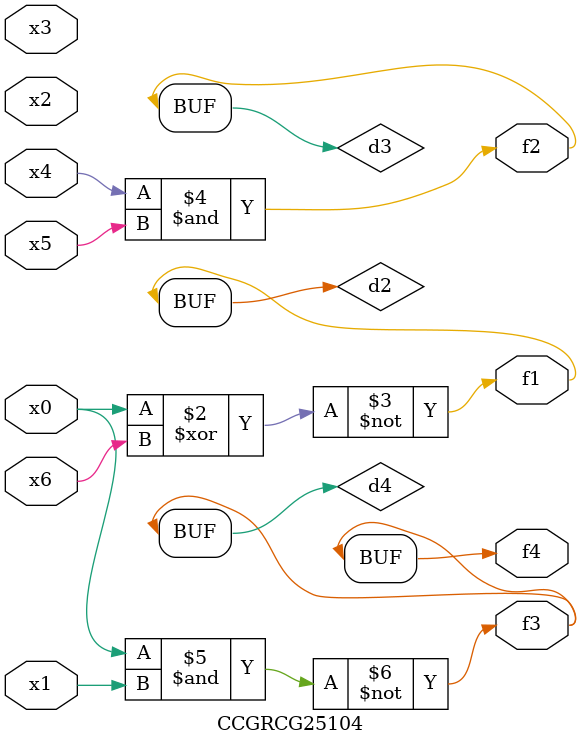
<source format=v>
module CCGRCG25104(
	input x0, x1, x2, x3, x4, x5, x6,
	output f1, f2, f3, f4
);

	wire d1, d2, d3, d4;

	nor (d1, x0);
	xnor (d2, x0, x6);
	and (d3, x4, x5);
	nand (d4, x0, x1);
	assign f1 = d2;
	assign f2 = d3;
	assign f3 = d4;
	assign f4 = d4;
endmodule

</source>
